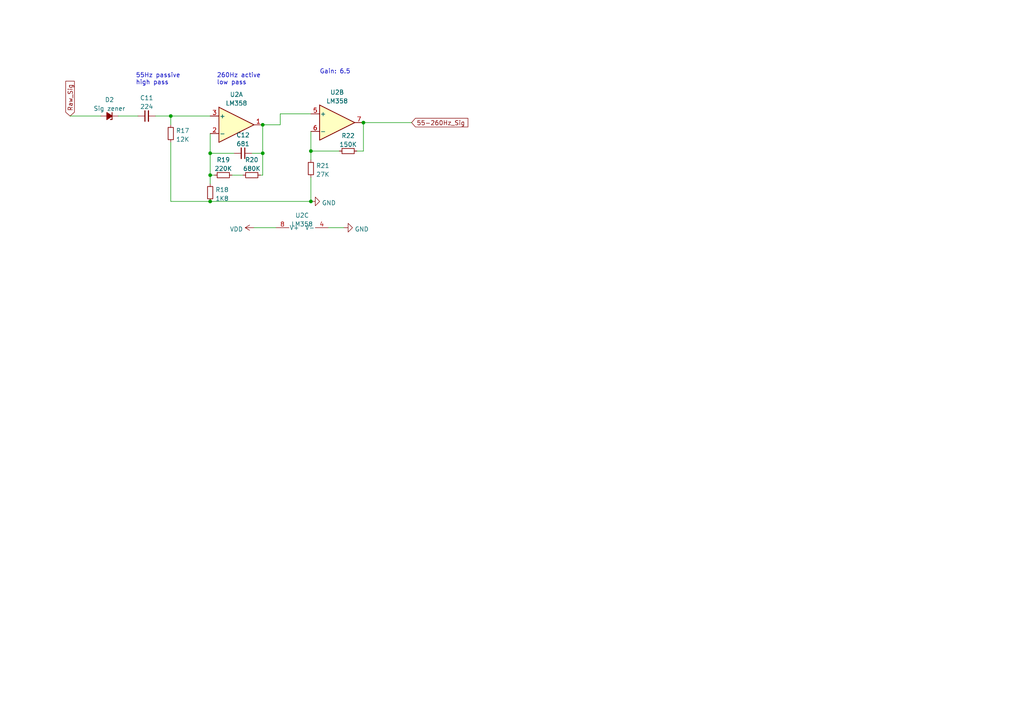
<source format=kicad_sch>
(kicad_sch (version 20211123) (generator eeschema)
  (paper "A4")
  (lib_symbols
    (symbol "Amplifier_Operational:LM358" (pin_names (offset 0.127))
      (property "Reference" "U" (at 0 5.08 0))
      (property "Value" "LM358" (at 0 -5.08 0))
      (symbol "LM358_1_1"
        (polyline (pts (xy -5.08 5.08) (xy 5.08 0) (xy -5.08 -5.08) (xy -5.08 5.08)) (stroke (width 0.254)) (fill (type background)))
        (pin output line (at 7.62 0 180) (length 2.54) (name "~") (number "1"))
        (pin input line (at -7.62 -2.54 0) (length 2.54) (name "-") (number "2"))
        (pin input line (at -7.62 2.54 0) (length 2.54) (name "+") (number "3"))
      )
      (symbol "LM358_2_1"
        (polyline (pts (xy -5.08 5.08) (xy 5.08 0) (xy -5.08 -5.08) (xy -5.08 5.08)) (stroke (width 0.254)) (fill (type background)))
        (pin input line (at -7.62 2.54 0) (length 2.54) (name "+") (number "5"))
        (pin input line (at -7.62 -2.54 0) (length 2.54) (name "-") (number "6"))
        (pin output line (at 7.62 0 180) (length 2.54) (name "~") (number "7"))
      )
      (symbol "LM358_3_1"
        (pin power_in line (at -2.54 -7.62 90) (length 3.81) (name "V-") (number "4"))
        (pin power_in line (at -2.54 7.62 270) (length 3.81) (name "V+") (number "8"))
      )
    )
    (symbol "Device:C_Small" (pin_numbers hide) (pin_names (offset 0.254) hide)
      (property "Reference" "C" (at 0.254 1.778 0))
      (property "Value" "C_Small" (at 0.254 -2.032 0))
      (symbol "C_Small_0_1"
        (polyline (pts (xy -1.524 -0.508) (xy 1.524 -0.508)) (stroke (width 0.3302)))
        (polyline (pts (xy -1.524 0.508) (xy 1.524 0.508)) (stroke (width 0.3048)))
      )
      (symbol "C_Small_1_1"
        (pin passive line (at 0 2.54 270) (length 2.032) (name "~") (number "1"))
        (pin passive line (at 0 -2.54 90) (length 2.032) (name "~") (number "2"))
      )
    )
    (symbol "Device:D_Zener_Small_Filled" (pin_numbers hide) (pin_names (offset 0.254) hide)
      (property "Reference" "D" (at 0 2.286 0))
      (property "Value" "D_Zener_Small_Filled" (at 0 -2.286 0))
      (symbol "D_Zener_Small_Filled_0_1"
        (polyline (pts (xy 0.762 0) (xy -0.762 0)))
        (polyline (pts (xy -0.254 1.016) (xy -0.762 1.016) (xy -0.762 -1.016)) (stroke (width 0.254)))
        (polyline (pts (xy 0.762 1.016) (xy -0.762 0) (xy 0.762 -1.016) (xy 0.762 1.016)) (stroke (width 0.254)) (fill (type outline)))
      )
      (symbol "D_Zener_Small_Filled_1_1"
        (pin passive line (at -2.54 0 0) (length 1.778) (name "K") (number "1"))
        (pin passive line (at 2.54 0 180) (length 1.778) (name "A") (number "2"))
      )
    )
    (symbol "Device:R_Small" (pin_numbers hide) (pin_names (offset 0.254) hide)
      (property "Reference" "R" (at 0.762 0.508 0))
      (property "Value" "R_Small" (at 0.762 -1.016 0))
      (symbol "R_Small_0_1"
        (rectangle (start -0.762 1.778) (end 0.762 -1.778) (stroke (width 0.2032)))
      )
      (symbol "R_Small_1_1"
        (pin passive line (at 0 2.54 270) (length 0.762) (name "~") (number "1"))
        (pin passive line (at 0 -2.54 90) (length 0.762) (name "~") (number "2"))
      )
    )
    (symbol "power:GND" (power) (pin_names (offset 0))
      (property "Value" "GND" (at 0 -3.81 0))
      (symbol "GND_0_1"
        (polyline (pts (xy 0 0) (xy 0 -1.27) (xy 1.27 -1.27) (xy 0 -2.54) (xy -1.27 -1.27) (xy 0 -1.27)))
      )
      (symbol "GND_1_1"
        (pin power_in line (at 0 0 270) (length 0) hide (name "GND") (number "1"))
      )
    )
    (symbol "power:VDD" (power) (pin_names (offset 0))
      (property "Value" "VDD" (at 0 3.81 0))
      (symbol "VDD_0_1"
        (polyline (pts (xy -0.762 1.27) (xy 0 2.54)))
        (polyline (pts (xy 0 0) (xy 0 2.54)))
        (polyline (pts (xy 0 2.54) (xy 0.762 1.27)))
      )
      (symbol "VDD_1_1"
        (pin power_in line (at 0 0 90) (length 0) hide (name "VDD") (number "1"))
      )
    )
  )
  (junction (at 49.53 33.655))
  (junction (at 76.2 44.45))
  (junction (at 60.96 50.8))
  (junction (at 60.96 58.42))
  (junction (at 60.96 44.45))
  (junction (at 90.17 58.42))
  (junction (at 105.41 35.56))
  (junction (at 90.17 43.815))
  (junction (at 76.2 36.195))
  (wire (pts (xy 90.17 43.815) (xy 90.17 46.355)))
  (wire (pts (xy 76.2 44.45) (xy 76.2 36.195)))
  (wire (pts (xy 49.53 41.275) (xy 49.53 58.42)))
  (wire (pts (xy 81.28 36.195) (xy 76.2 36.195)))
  (wire (pts (xy 75.565 50.8) (xy 76.2 50.8)))
  (wire (pts (xy 49.53 33.655) (xy 49.53 36.195)))
  (wire (pts (xy 90.17 33.02) (xy 81.28 33.02)))
  (wire (pts (xy 62.23 50.8) (xy 60.96 50.8)))
  (wire (pts (xy 95.25 66.04) (xy 99.695 66.04)))
  (wire (pts (xy 90.17 43.815) (xy 90.17 38.1)))
  (wire (pts (xy 60.96 38.735) (xy 60.96 44.45)))
  (wire (pts (xy 73.025 44.45) (xy 76.2 44.45)))
  (wire (pts (xy 90.17 58.42) (xy 90.17 51.435)))
  (wire (pts (xy 98.425 43.815) (xy 90.17 43.815)))
  (wire (pts (xy 81.28 33.02) (xy 81.28 36.195)))
  (wire (pts (xy 105.41 43.815) (xy 105.41 35.56)))
  (wire (pts (xy 49.53 58.42) (xy 60.96 58.42)))
  (wire (pts (xy 60.96 50.8) (xy 60.96 44.45)))
  (wire (pts (xy 60.96 50.8) (xy 60.96 53.34)))
  (wire (pts (xy 73.66 66.04) (xy 80.01 66.04)))
  (wire (pts (xy 60.96 58.42) (xy 90.17 58.42)))
  (wire (pts (xy 49.53 33.655) (xy 60.96 33.655)))
  (wire (pts (xy 60.96 44.45) (xy 67.945 44.45)))
  (wire (pts (xy 34.29 33.655) (xy 40.005 33.655)))
  (wire (pts (xy 103.505 43.815) (xy 105.41 43.815)))
  (wire (pts (xy 105.41 35.56) (xy 119.38 35.56)))
  (wire (pts (xy 45.085 33.655) (xy 49.53 33.655)))
  (wire (pts (xy 76.2 50.8) (xy 76.2 44.45)))
  (wire (pts (xy 67.31 50.8) (xy 70.485 50.8)))
  (wire (pts (xy 20.32 33.655) (xy 29.21 33.655)))
  (text "260Hz active\nlow pass" (at 62.865 24.765 0) (effects (font (size 1.27 1.27)) (justify left bottom)))
  (text "Gain: 6.5" (at 92.71 21.59 0) (effects (font (size 1.27 1.27)) (justify left bottom)))
  (text "55Hz passive\nhigh pass" (at 39.37 24.765 0) (effects (font (size 1.27 1.27)) (justify left bottom)))
  (global_label "55-260Hz_Sig" (shape input) (at 119.38 35.56 0) (property "Intersheet References" "${INTERSHEET_REFS}" (effects hide)))
  (global_label "Raw_Sig" (shape input) (at 20.32 33.655 90) (property "Intersheet References" "${INTERSHEET_REFS}" (effects hide)))
  (symbol (lib_id "Device:D_Zener_Small_Filled") (at 31.75 33.655 180) (unit 1)
    (property "Reference" "D2" (at 31.75 28.9392 0))
    (property "Value" "Sig zener" (at 31.75 31.4761 0))
    (property "Footprint" "Diode_THT:D_DO-34_SOD68_P7.62mm_Horizontal" (effects hide))
  )
  (symbol (lib_id "power:GND") (at 99.695 66.04 90) (unit 1)
    (property "Reference" "#PWR017" (effects hide))
    (property "Value" "GND" (at 102.87 66.4738 90) (effects (justify right)))
  )
  (symbol (lib_id "Device:R_Small") (at 90.17 48.895 180) (unit 1)
    (property "Reference" "R21" (at 91.6686 48.0603 0) (effects (justify right)))
    (property "Value" "27K" (at 91.6686 50.5972 0) (effects (justify right)))
    (property "Footprint" "Resistor_THT:R_Axial_DIN0204_L3.6mm_D1.6mm_P5.08mm_Horizontal" (effects hide))
  )
  (symbol (lib_id "Device:R_Small") (at 64.77 50.8 90) (unit 1)
    (property "Reference" "R19" (at 64.77 46.3636 90))
    (property "Value" "220K" (at 64.77 48.9005 90))
    (property "Footprint" "Resistor_THT:R_Axial_DIN0204_L3.6mm_D1.6mm_P5.08mm_Horizontal" (effects hide))
  )
  (symbol (lib_id "Device:R_Small") (at 100.965 43.815 90) (unit 1)
    (property "Reference" "R22" (at 100.965 39.3786 90))
    (property "Value" "150K" (at 100.965 41.9155 90))
    (property "Footprint" "Resistor_THT:R_Axial_DIN0204_L3.6mm_D1.6mm_P5.08mm_Horizontal" (effects hide))
  )
  (symbol (lib_id "Amplifier_Operational:LM358") (at 97.79 35.56 0) (unit 2)
    (property "Reference" "U2" (at 97.79 26.7802 0))
    (property "Value" "LM358" (at 97.79 29.3171 0))
    (property "Footprint" "Package_DIP:DIP-8_W7.62mm" (effects hide))
    (property "Datasheet" "http://www.ti.com/lit/ds/symlink/lm2904-n.pdf" (effects hide))
  )
  (symbol (lib_id "power:VDD") (at 73.66 66.04 90) (unit 1)
    (property "Reference" "#PWR016" (effects hide))
    (property "Value" "VDD" (at 70.485 66.4738 90) (effects (justify left)))
  )
  (symbol (lib_id "Device:R_Small") (at 73.025 50.8 90) (unit 1)
    (property "Reference" "R20" (at 73.025 46.3636 90))
    (property "Value" "680K" (at 73.025 48.9005 90))
    (property "Footprint" "Resistor_THT:R_Axial_DIN0204_L3.6mm_D1.6mm_P5.08mm_Horizontal" (effects hide))
  )
  (symbol (lib_id "Device:R_Small") (at 60.96 55.88 0) (unit 1)
    (property "Reference" "R18" (at 62.4586 55.0453 0) (effects (justify left)))
    (property "Value" "1K8" (at 62.4586 57.5822 0) (effects (justify left)))
    (property "Footprint" "Resistor_THT:R_Axial_DIN0204_L3.6mm_D1.6mm_P5.08mm_Horizontal" (effects hide))
  )
  (symbol (lib_id "Device:C_Small") (at 42.545 33.655 90) (unit 1)
    (property "Reference" "C11" (at 42.5513 28.3931 90))
    (property "Value" "224" (at 42.5513 30.93 90))
    (property "Footprint" "Capacitor_THT:C_Disc_D7.0mm_W2.5mm_P5.00mm" (effects hide))
  )
  (symbol (lib_id "Device:R_Small") (at 49.53 38.735 0) (unit 1)
    (property "Reference" "R17" (at 51.0286 37.9003 0) (effects (justify left)))
    (property "Value" "12K" (at 51.0286 40.4372 0) (effects (justify left)))
    (property "Footprint" "Resistor_THT:R_Axial_DIN0204_L3.6mm_D1.6mm_P5.08mm_Horizontal" (effects hide))
  )
  (symbol (lib_id "Amplifier_Operational:LM358") (at 68.58 36.195 0) (unit 1)
    (property "Reference" "U2" (at 68.58 27.4152 0))
    (property "Value" "LM358" (at 68.58 29.9521 0))
    (property "Footprint" "Package_DIP:DIP-8_W7.62mm" (effects hide))
    (property "Datasheet" "http://www.ti.com/lit/ds/symlink/lm2904-n.pdf" (effects hide))
  )
  (symbol (lib_id "power:GND") (at 90.17 58.42 90) (unit 1)
    (property "Reference" "#PWR0103" (effects hide))
    (property "Value" "GND" (at 93.345 58.8538 90) (effects (justify right)))
  )
  (symbol (lib_id "Device:C_Small") (at 70.485 44.45 270) (unit 1)
    (property "Reference" "C12" (at 70.4786 39.1881 90))
    (property "Value" "681" (at 70.4786 41.725 90))
    (property "Footprint" "Capacitor_THT:C_Disc_D7.0mm_W2.5mm_P5.00mm" (effects hide))
  )
  (symbol (lib_id "Amplifier_Operational:LM358") (at 87.63 63.5 90) (unit 3)
    (property "Reference" "U2" (at 87.63 62.4672 90))
    (property "Value" "LM358" (at 87.63 65.0041 90))
    (property "Footprint" "Package_DIP:DIP-8_W7.62mm" (effects hide))
    (property "Datasheet" "http://www.ti.com/lit/ds/symlink/lm2904-n.pdf" (effects hide))
  )
)
</source>
